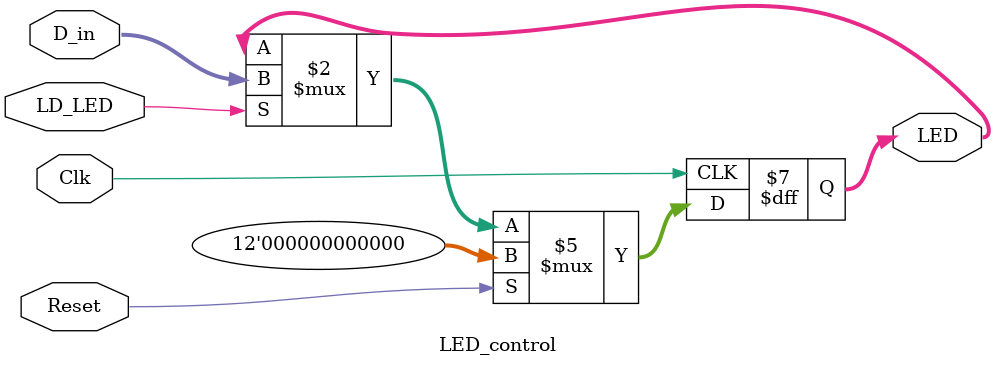
<source format=sv>
module datapath(
	input logic	Clk, Reset_ah,
	input logic [15:0] S, MDR_In,
	input logic GateMDR, GateALU, GatePC, GateMARMUX,
	input logic LD_MAR, LD_MDR, LD_IR, LD_PC, LD_CC, LD_BEN, LD_REG, LD_LED, 
	input logic [1:0] PCMUX, ADDR2MUX, ALUK,
	input logic DRMUX, ADDR1MUX, MIO_EN, SR1MUX, SR2MUX,
	output logic [15:0] IR, PC, MAR, MDR,
	output logic BEN,
	output logic [9:0] LED
);
	
	logic[15:0] BUS, PCMUX_out, SR2MUX_out, MDRMUX_out, SR1_out, SR2_out, ADDR2MUX_out, ADDR1MUX_out, ALU_out;
	
	logic [2:0] DRMUX_out, SR1MUX_out;
//	, NZP, NZP_temp;
//	logic BEN_temp;
//	assign ADDR12_out = ADDR1MUX_out + ADDR2MUX_out;
//	assign BEN_temp = (NZP[0]&IR[9])||(NZP[1]&IR[10])||(NZP[2]&IR[11]);
//	
//	always_comb
//		begin
//			if(BUS[15]== 1'b1)
//				NZP_temp=3'b100;
//			else if(BUS== 16'b0)
//				NZP_temp=3'b010;
//			else
//				NZP_temp = 3'b001;
//		end
	
	gatemux GateMux(.S0(ADDR2MUX_out + ADDR1MUX_out), .S1(PC), .S2(ALU_out), .S3(MDR), .cs({GateMARMUX, GatePC, GateALU, GateMDR}), .mux_out(BUS));
	
	
	register PC_register(.Clk(Clk), .Reset(Reset_ah), .Load(LD_PC), .D(PCMUX_out), .Data_Out(PC));
	
	mux_DR_SR1 DRMUX_mod(.S0(IR[11:9]), .S1(3'b111), .cs(DRMUX), .mux_out(DRMUX_out));


	registerFile reg_control(.Clk(Clk), .Reset_ah(Reset_ah), .LD_REG(LD_REG), .SR1(SR1MUX_out), .SR2(IR[2:0]), .DR(DRMUX_out), .D(BUS), .SR1_out(SR1_out), .SR2_out(SR2_out));
	
	pcmux PC_MUX(.S0(PC+16'b1), .S1(ADDR2MUX_out + ADDR1MUX_out), .S2(BUS), .cs(PCMUX), .mux_out(PCMUX_out));
//	pcmux PC_MUX(.S0(BUS), .S1(ADDR2MUX_out + ADDR1MUX_out), .S2(PC_out + 1), .cs(PCMUX), .mux_out(PCMUX_out));
	
	mux_DR_SR1 SR1MUX_mod(.S0(IR[11:9]), .S1(IR[8:6]), .cs(SR1MUX), .mux_out(SR1MUX_out));
	
//	mux_4 ADDR2MUX_mod(.S0(16'b0), .S1({{10{IR[5]}}, IR[5:0]}), .S2({{7{IR[8]}}, IR[8:0]}), .S3({{5{IR[10]}}, IR[10:0]}), .cs(ADDR2MUX), .mux_out(ADDR2MUX_out));
	mux_4 ADDR2MUX_mod(.S0({{5{IR[10]}}, IR[10:0]}), .S1({{7{IR[8]}}, IR[8:0]}), .S2({{10{IR[5]}}, IR[5:0]}), .S3(16'b0), .cs(ADDR2MUX), .mux_out(ADDR2MUX_out));
	
	mux_2 ADDR1MUX_mod(.S0(PC), .S1(SR1_out), .cs(ADDR1MUX), .mux_out(ADDR1MUX_out));
	
	mux_2 SR2MUX_mod(.S0({{11{IR[4]}}, IR[4:0]}), .S1(SR2_out), .cs(SR2MUX), .mux_out(SR2MUX_out));
	

	ALUmux ALU_mod(.S0(SR1_out), .S1(SR2MUX_out), .cs(ALUK), .mux_out(ALU_out));
	
	register IR_register(.Clk(Clk), .Reset(Reset_ah), .Load(LD_IR), .D(BUS), .Data_Out(IR));
	
//	register #(3) NZP_register(.Clk(Clk), .Reset(Reset_ah), .Load(LD_CC), .D(NZP_temp), .Data_Out(NZP));
//	
//	register #(1) BEN_register(.Clk(Clk), .Reset(Reset_ah), .Load(LD_BEN), .D(BEN_temp), .Data_Out(BEN));
	BENNZP BENNZP_mod( .BUS(BUS), .IR(IR), .LD_CC(LD_CC), .LD_BEN(LD_BEN), .Clk(Clk), .BEN(BEN));
	
	register MDR_register(.Clk(Clk), .Reset(Reset_ah), .Load(LD_MDR), .D(MDRMUX_out), .Data_Out(MDR));
	
	register MAR_register(.Clk(Clk), .Reset(Reset_ah), .Load(LD_MAR), .D(BUS), .Data_Out(MAR));
	
	miomux MIO_MUX(.S0(BUS), .S1(MDR_In), .cs(MIO_EN), .mux_out(MDRMUX_out));

	LED_control LED_control_mod(.D_in(IR[11:0]), .Clk(Clk), .Reset(Reset_ah), .LD_LED(LD_LED), .LED(LED));
endmodule



module register
				 (input  logic Clk, Reset, Load,
              input  logic [15:0]  D,
              output logic [15:0]  Data_Out);

    always_ff @ (posedge Clk)
    begin
	 	 if (Reset) //notice, this is a sycnrhonous reset, which is recommended on the FPGA
			  Data_Out <= 16'b0;
		 else if (Load)
			  Data_Out <= D;
//		 else
//			  Data_Out <= Data_Out;
		 
    end
	

endmodule


module pcmux (
		input logic [15:0] S0, S1, S2,
		input logic  [1:0] cs,
		output logic [15:0] mux_out
);

	always_comb
		begin
			unique case(cs)
				2'b00: mux_out = S0;
				2'b01: mux_out = S1;
				2'b10: mux_out = S2;		//using a 4:1 mux as a 3:1 mux for lab 1
			endcase
		end
		
endmodule

module miomux (
		input logic [15:0] S0, S1,
		input logic  cs,
		output logic [15:0] mux_out
);
//	logic [15:0] mux_next;
	always_comb
		begin
//			mux_out = mux_next;
			unique case(cs)
				1'b1: mux_out = S1;
				1'b0: mux_out = S0;
//				default: mux_next = mux_out;
			endcase
		end
		
endmodule

module gatemux (
		input logic [15:0] S0, S1, S2, S3,
		input logic  [3:0] cs,
		output logic [15:0] mux_out
);
	always_comb
		begin
			unique case(cs)
				4'b1000: mux_out = S0;
				4'b0100: mux_out = S1;
				4'b0010: mux_out = S2;
				4'b0001: mux_out = S3;
				default: mux_out = 16'b0;
			endcase
		end
		
endmodule



module ALUmux (
		input logic [15:0] S0, S1,
		input logic  [3:0] cs,
		output logic [15:0] mux_out
);
	always_comb
		begin
			unique case(cs)
				4'b00: mux_out = S0 + S1;
				4'b01: mux_out = S0 & S1;
				4'b10: mux_out = ~S0;
				4'b11: mux_out = S0;
			endcase
		end
		
endmodule

module mux_DR_SR1 (						// this is a 2, 3 bit, input mux for SR1 mux and DRmux
		input logic [2:0] S0, S1,
		input logic cs,
		output logic [2:0] mux_out
);
	always_comb
		begin
			unique case(cs)
				1'b1: mux_out = S1;
				1'b0: mux_out = S0;
			endcase
		end
		
endmodule


module mux_4 (
		input logic [15:0] S0, S1, S2, S3,
		input logic  [1:0] cs,
		output logic [15:0] mux_out
);

	always_comb
		begin
			unique case(cs)
				2'b00: mux_out = S0;
				2'b01: mux_out = S1;
				2'b10: mux_out = S2;		//using a 4:1 mux as a 3:1 mux for lab 1
				2'b11: mux_out = S3;
			endcase
		end
		
endmodule

module mux_2 (
		input logic [15:0] S0, S1,
		input logic cs,
		output logic [15:0] mux_out
);

	always_comb
		begin
			unique case(cs)
				1'b0: mux_out = S0;
				1'b1: mux_out = S1;
			endcase
		end
		
endmodule



module registerFile(
	input logic	Clk, Reset_ah, LD_REG,
	input logic [2:0] SR1, SR2, DR,
	input logic [15:0] D,
	output logic [15:0] SR1_out, SR2_out
);

	logic [15:0] Reg [7:0];	//assigning 8 registers of 16 bits
	always_ff @(posedge Clk)
	begin
		if(Reset_ah)		//If reset is high, then reset all the registers
		begin
			Reg[0]<=16'b0;
			Reg[1]<=16'b0;
			Reg[2]<=16'b0;
			Reg[3]<=16'b0;
			Reg[4]<=16'b0;
			Reg[5]<=16'b0;
			Reg[6]<=16'b0;
			Reg[7]<=16'b0;
		end
		if(LD_REG)		//if load register is high, then move into switch case to load the appropriate register
		begin
			unique case(DR)
			3'b000:Reg[0]<=D;
			3'b001:Reg[1]<=D;
			3'b010:Reg[2]<=D;
			3'b011:Reg[3]<=D;
			3'b100:Reg[4]<=D;
			3'b101:Reg[5]<=D;
			3'b110:Reg[6]<=D;
			3'b111:Reg[7]<=D;
			endcase
		end
	end
	
	always_comb
	begin
		unique case(SR1)	//if SR1 is high, then store result in SR1_out
			3'b000:SR1_out=Reg[0];
			3'b001:SR1_out=Reg[1];
			3'b010:SR1_out=Reg[2];
			3'b011:SR1_out=Reg[3];
			3'b100:SR1_out=Reg[4];
			3'b101:SR1_out=Reg[5];
			3'b110:SR1_out=Reg[6];
			3'b111:SR1_out=Reg[7];
		endcase
		unique case(SR2)	//if SR2 is high, then store result in SR2_out
			3'b000:SR2_out=Reg[0];
			3'b001:SR2_out=Reg[1];
			3'b010:SR2_out=Reg[2];
			3'b011:SR2_out=Reg[3];
			3'b100:SR2_out=Reg[4];
			3'b101:SR2_out=Reg[5];
			3'b110:SR2_out=Reg[6];
			3'b111:SR2_out=Reg[7];
		endcase
	end

endmodule


module BENNZP(input logic [15:0] BUS, IR,
					  input logic LD_CC, LD_BEN, Clk,
					  output logic BEN
);

	logic N_set, Z_set, P_set;
	logic N, Z, P;
	logic BEN_temp;
	
	
	always_ff @ (posedge Clk) 
    begin
	
		if(LD_CC) 
        begin
			N_set <= N;
			Z_set <= Z;
			P_set <= P;
		end
		
		if(LD_BEN) 
        begin
			BEN <= BEN_temp;
		end
	
	end
	
	always_comb begin
	
		if(BUS[15] == 1) 
        begin
			N = 1'b1;
			Z = 1'b0;
			P = 1'b0;
		end
		
		else if(BUS == 16'h0000) 
        begin
			N = 1'b0;
			Z = 1'b1;
			P = 1'b0;
		end
		
		else 
        begin
			N = 1'b0;
			Z = 1'b0;
			P = 1'b1;
		end
		
		BEN_temp = (IR[11] & N_set) | (IR[10] & Z_set) | (IR[9] & P_set);
		
	end

endmodule 


module LED_control(input logic [11:0] D_in,
						 input logic Clk, Reset, LD_LED,
						 output logic [11:0] LED
);

	always_ff @ (posedge Clk) 
    begin
	
	if(Reset)
		LED <= 12'h000;
	else if (LD_LED)
		LED <= D_in;
	
	end

endmodule

</source>
